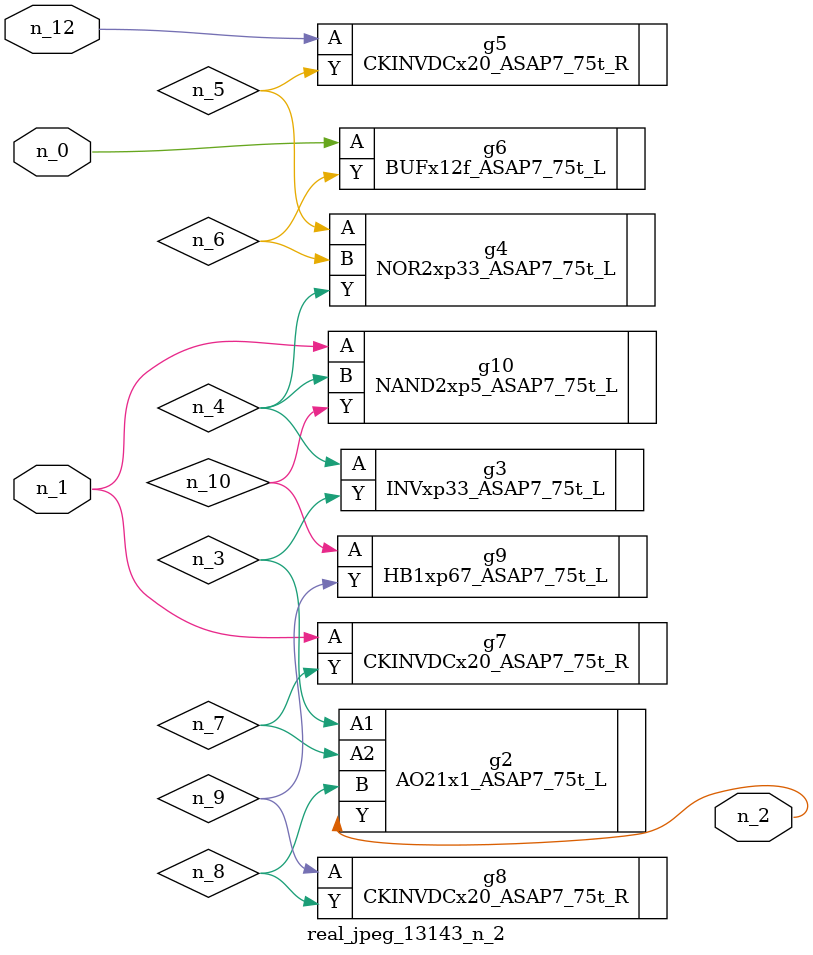
<source format=v>
module real_jpeg_13143_n_2 (n_12, n_1, n_0, n_2);

input n_12;
input n_1;
input n_0;

output n_2;

wire n_5;
wire n_4;
wire n_8;
wire n_6;
wire n_7;
wire n_3;
wire n_10;
wire n_9;

BUFx12f_ASAP7_75t_L g6 ( 
.A(n_0),
.Y(n_6)
);

CKINVDCx20_ASAP7_75t_R g7 ( 
.A(n_1),
.Y(n_7)
);

NAND2xp5_ASAP7_75t_L g10 ( 
.A(n_1),
.B(n_4),
.Y(n_10)
);

AO21x1_ASAP7_75t_L g2 ( 
.A1(n_3),
.A2(n_7),
.B(n_8),
.Y(n_2)
);

INVxp33_ASAP7_75t_L g3 ( 
.A(n_4),
.Y(n_3)
);

NOR2xp33_ASAP7_75t_L g4 ( 
.A(n_5),
.B(n_6),
.Y(n_4)
);

CKINVDCx20_ASAP7_75t_R g8 ( 
.A(n_9),
.Y(n_8)
);

HB1xp67_ASAP7_75t_L g9 ( 
.A(n_10),
.Y(n_9)
);

CKINVDCx20_ASAP7_75t_R g5 ( 
.A(n_12),
.Y(n_5)
);


endmodule
</source>
